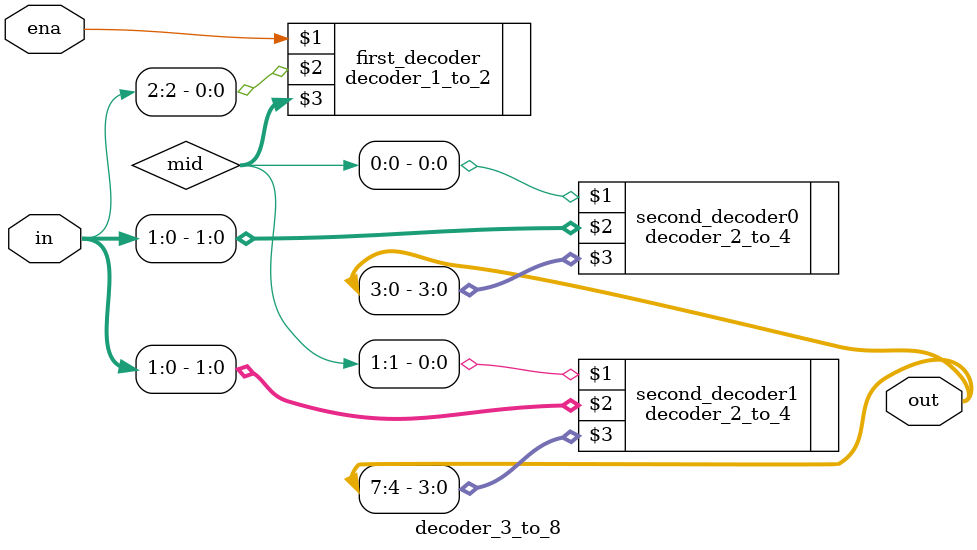
<source format=sv>
`timescale 1ns/1ps
module decoder_3_to_8(ena, in, out);

  input wire ena;
  input wire [2:0] in;
  output logic [7:0] out;

  logic [1:0] mid;

  decoder_1_to_2 first_decoder(ena,in[2],mid);
  decoder_2_to_4 second_decoder0(mid[0], in[1:0], out[3:0]);
  decoder_2_to_4 second_decoder1(mid[1], in[1:0], out[7:4]);

endmodule
</source>
